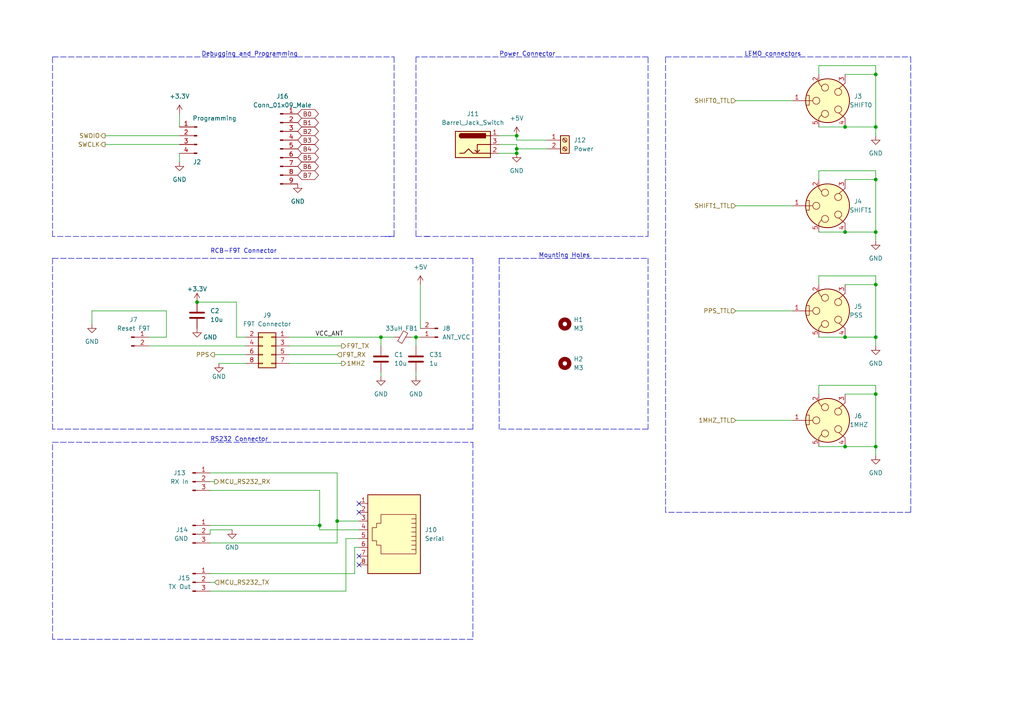
<source format=kicad_sch>
(kicad_sch (version 20211123) (generator eeschema)
  (paper "A4")
  (title_block (title "Connectors") (date "2022-10-30") (company "Diamond Light Source"))
  (lib_symbols
    (symbol "Connector:Barrel_Jack_Switch" (pin_names hide)
      (property "Reference" "J" (at 0 5.334 0))
      (property "Value" "Barrel_Jack_Switch" (at 0 -5.08 0))
      (symbol "Barrel_Jack_Switch_0_1"
        (rectangle (start -5.08 3.81) (end 5.08 -3.81) (stroke (width 0.254)) (fill (type background)))
        (arc (start -3.302 3.175) (mid -3.937 2.54) (end -3.302 1.905) (stroke (width 0.254)))
        (arc (start -3.302 3.175) (mid -3.937 2.54) (end -3.302 1.905) (stroke (width 0.254)) (fill (type outline)))
        (polyline (pts (xy 1.27 -2.286) (xy 1.905 -1.651)) (stroke (width 0.254)))
        (polyline (pts (xy 5.08 2.54) (xy 3.81 2.54)) (stroke (width 0.254)))
        (polyline (pts (xy 5.08 0) (xy 1.27 0) (xy 1.27 -2.286) (xy 0.635 -1.651)) (stroke (width 0.254)))
        (polyline (pts (xy -3.81 -2.54) (xy -2.54 -2.54) (xy -1.27 -1.27) (xy 0 -2.54) (xy 2.54 -2.54) (xy 5.08 -2.54)) (stroke (width 0.254)))
        (rectangle (start 3.683 3.175) (end -3.302 1.905) (stroke (width 0.254)) (fill (type outline)))
      )
      (symbol "Barrel_Jack_Switch_1_1"
        (pin passive line (at 7.62 2.54 180) (length 2.54) (name "~") (number "1"))
        (pin passive line (at 7.62 -2.54 180) (length 2.54) (name "~") (number "2"))
        (pin passive line (at 7.62 0 180) (length 2.54) (name "~") (number "3"))
      )
    )
    (symbol "Connector:Conn_01x02_Male" (pin_names (offset 1.016) hide)
      (property "Reference" "J" (at 0 2.54 0))
      (property "Value" "Conn_01x02_Male" (at 0 -5.08 0))
      (symbol "Conn_01x02_Male_1_1"
        (polyline (pts (xy 1.27 -2.54) (xy 0.8636 -2.54)) (stroke (width 0.1524)))
        (polyline (pts (xy 1.27 0) (xy 0.8636 0)) (stroke (width 0.1524)))
        (rectangle (start 0.8636 -2.413) (end 0 -2.667) (stroke (width 0.1524)) (fill (type outline)))
        (rectangle (start 0.8636 0.127) (end 0 -0.127) (stroke (width 0.1524)) (fill (type outline)))
        (pin passive line (at 5.08 0 180) (length 3.81) (name "Pin_1") (number "1"))
        (pin passive line (at 5.08 -2.54 180) (length 3.81) (name "Pin_2") (number "2"))
      )
    )
    (symbol "Connector:Conn_01x03_Male" (pin_names (offset 1.016) hide)
      (property "Reference" "J" (at 0 5.08 0))
      (property "Value" "Conn_01x03_Male" (at 0 -5.08 0))
      (symbol "Conn_01x03_Male_1_1"
        (polyline (pts (xy 1.27 -2.54) (xy 0.8636 -2.54)) (stroke (width 0.1524)))
        (polyline (pts (xy 1.27 0) (xy 0.8636 0)) (stroke (width 0.1524)))
        (polyline (pts (xy 1.27 2.54) (xy 0.8636 2.54)) (stroke (width 0.1524)))
        (rectangle (start 0.8636 -2.413) (end 0 -2.667) (stroke (width 0.1524)) (fill (type outline)))
        (rectangle (start 0.8636 0.127) (end 0 -0.127) (stroke (width 0.1524)) (fill (type outline)))
        (rectangle (start 0.8636 2.667) (end 0 2.413) (stroke (width 0.1524)) (fill (type outline)))
        (pin passive line (at 5.08 2.54 180) (length 3.81) (name "Pin_1") (number "1"))
        (pin passive line (at 5.08 0 180) (length 3.81) (name "Pin_2") (number "2"))
        (pin passive line (at 5.08 -2.54 180) (length 3.81) (name "Pin_3") (number "3"))
      )
    )
    (symbol "Connector:Conn_01x04_Male" (pin_names (offset 1.016) hide)
      (property "Reference" "J" (at 0 5.08 0))
      (property "Value" "Conn_01x04_Male" (at 0 -7.62 0))
      (symbol "Conn_01x04_Male_1_1"
        (polyline (pts (xy 1.27 -5.08) (xy 0.8636 -5.08)) (stroke (width 0.1524)))
        (polyline (pts (xy 1.27 -2.54) (xy 0.8636 -2.54)) (stroke (width 0.1524)))
        (polyline (pts (xy 1.27 0) (xy 0.8636 0)) (stroke (width 0.1524)))
        (polyline (pts (xy 1.27 2.54) (xy 0.8636 2.54)) (stroke (width 0.1524)))
        (rectangle (start 0.8636 -4.953) (end 0 -5.207) (stroke (width 0.1524)) (fill (type outline)))
        (rectangle (start 0.8636 -2.413) (end 0 -2.667) (stroke (width 0.1524)) (fill (type outline)))
        (rectangle (start 0.8636 0.127) (end 0 -0.127) (stroke (width 0.1524)) (fill (type outline)))
        (rectangle (start 0.8636 2.667) (end 0 2.413) (stroke (width 0.1524)) (fill (type outline)))
        (pin passive line (at 5.08 2.54 180) (length 3.81) (name "Pin_1") (number "1"))
        (pin passive line (at 5.08 0 180) (length 3.81) (name "Pin_2") (number "2"))
        (pin passive line (at 5.08 -2.54 180) (length 3.81) (name "Pin_3") (number "3"))
        (pin passive line (at 5.08 -5.08 180) (length 3.81) (name "Pin_4") (number "4"))
      )
    )
    (symbol "Connector:Conn_01x09_Male" (pin_names (offset 1.016) hide)
      (property "Reference" "J" (at 0 12.7 0))
      (property "Value" "Conn_01x09_Male" (at 0 -12.7 0))
      (symbol "Conn_01x09_Male_1_1"
        (polyline (pts (xy 1.27 -10.16) (xy 0.8636 -10.16)) (stroke (width 0.1524)))
        (polyline (pts (xy 1.27 -7.62) (xy 0.8636 -7.62)) (stroke (width 0.1524)))
        (polyline (pts (xy 1.27 -5.08) (xy 0.8636 -5.08)) (stroke (width 0.1524)))
        (polyline (pts (xy 1.27 -2.54) (xy 0.8636 -2.54)) (stroke (width 0.1524)))
        (polyline (pts (xy 1.27 0) (xy 0.8636 0)) (stroke (width 0.1524)))
        (polyline (pts (xy 1.27 2.54) (xy 0.8636 2.54)) (stroke (width 0.1524)))
        (polyline (pts (xy 1.27 5.08) (xy 0.8636 5.08)) (stroke (width 0.1524)))
        (polyline (pts (xy 1.27 7.62) (xy 0.8636 7.62)) (stroke (width 0.1524)))
        (polyline (pts (xy 1.27 10.16) (xy 0.8636 10.16)) (stroke (width 0.1524)))
        (rectangle (start 0.8636 -10.033) (end 0 -10.287) (stroke (width 0.1524)) (fill (type outline)))
        (rectangle (start 0.8636 -7.493) (end 0 -7.747) (stroke (width 0.1524)) (fill (type outline)))
        (rectangle (start 0.8636 -4.953) (end 0 -5.207) (stroke (width 0.1524)) (fill (type outline)))
        (rectangle (start 0.8636 -2.413) (end 0 -2.667) (stroke (width 0.1524)) (fill (type outline)))
        (rectangle (start 0.8636 0.127) (end 0 -0.127) (stroke (width 0.1524)) (fill (type outline)))
        (rectangle (start 0.8636 2.667) (end 0 2.413) (stroke (width 0.1524)) (fill (type outline)))
        (rectangle (start 0.8636 5.207) (end 0 4.953) (stroke (width 0.1524)) (fill (type outline)))
        (rectangle (start 0.8636 7.747) (end 0 7.493) (stroke (width 0.1524)) (fill (type outline)))
        (rectangle (start 0.8636 10.287) (end 0 10.033) (stroke (width 0.1524)) (fill (type outline)))
        (pin passive line (at 5.08 10.16 180) (length 3.81) (name "Pin_1") (number "1"))
        (pin passive line (at 5.08 7.62 180) (length 3.81) (name "Pin_2") (number "2"))
        (pin passive line (at 5.08 5.08 180) (length 3.81) (name "Pin_3") (number "3"))
        (pin passive line (at 5.08 2.54 180) (length 3.81) (name "Pin_4") (number "4"))
        (pin passive line (at 5.08 0 180) (length 3.81) (name "Pin_5") (number "5"))
        (pin passive line (at 5.08 -2.54 180) (length 3.81) (name "Pin_6") (number "6"))
        (pin passive line (at 5.08 -5.08 180) (length 3.81) (name "Pin_7") (number "7"))
        (pin passive line (at 5.08 -7.62 180) (length 3.81) (name "Pin_8") (number "8"))
        (pin passive line (at 5.08 -10.16 180) (length 3.81) (name "Pin_9") (number "9"))
      )
    )
    (symbol "Connector:LEMO5" (pin_names (offset 1.016) hide)
      (property "Reference" "J" (at 5.08 7.62 0))
      (property "Value" "LEMO5" (at 7.62 -7.62 0))
      (symbol "LEMO5_0_1"
        (circle (center -3.81 -0.7366) (radius 1.016))
        (circle (center -2.54 3.0734) (radius 1.016))
        (circle (center 0 -3.2766) (radius 1.016))
        (polyline (pts (xy -5.08 -2.54) (xy -4.064 -1.778)))
        (polyline (pts (xy -5.08 5.08) (xy -3.556 3.302)))
        (polyline (pts (xy -1.5494 -6.096) (xy -1.5494 -5.3086)))
        (polyline (pts (xy -1.5494 -5.3086) (xy 1.27 -5.3086)))
        (polyline (pts (xy 0 -7.62) (xy 0 -4.445)))
        (polyline (pts (xy 1.27 -5.3086) (xy 1.27 -6.096)))
        (polyline (pts (xy 5.08 -2.54) (xy 4.064 -1.778)))
        (polyline (pts (xy 5.08 5.08) (xy 3.556 3.302)))
        (circle (center 0 0) (radius 6.35) (stroke (width 0.254)) (fill (type background)))
        (circle (center 2.54 3.0734) (radius 1.016))
        (circle (center 3.81 -0.7366) (radius 1.016))
      )
      (symbol "LEMO5_1_1"
        (pin passive line (at 0 -10.16 90) (length 2.54) (name "~") (number "1"))
        (pin passive line (at -7.62 -2.54 0) (length 2.54) (name "~") (number "2"))
        (pin passive line (at -7.62 5.08 0) (length 2.54) (name "~") (number "3"))
        (pin passive line (at 7.62 5.08 180) (length 2.54) (name "~") (number "4"))
        (pin passive line (at 7.62 -2.54 180) (length 2.54) (name "~") (number "5"))
      )
    )
    (symbol "Connector:RJ45" (pin_names (offset 1.016))
      (property "Reference" "J" (at -5.08 13.97 0))
      (property "Value" "RJ45" (at 2.54 13.97 0))
      (symbol "RJ45_0_1"
        (polyline (pts (xy -5.08 4.445) (xy -6.35 4.445)))
        (polyline (pts (xy -5.08 5.715) (xy -6.35 5.715)))
        (polyline (pts (xy -6.35 -3.175) (xy -5.08 -3.175) (xy -5.08 -3.175)))
        (polyline (pts (xy -6.35 -1.905) (xy -5.08 -1.905) (xy -5.08 -1.905)))
        (polyline (pts (xy -6.35 -0.635) (xy -5.08 -0.635) (xy -5.08 -0.635)))
        (polyline (pts (xy -6.35 0.635) (xy -5.08 0.635) (xy -5.08 0.635)))
        (polyline (pts (xy -6.35 1.905) (xy -5.08 1.905) (xy -5.08 1.905)))
        (polyline (pts (xy -5.08 3.175) (xy -6.35 3.175) (xy -6.35 3.175)))
        (polyline (pts (xy -6.35 -4.445) (xy -6.35 6.985) (xy 3.81 6.985) (xy 3.81 4.445) (xy 5.08 4.445) (xy 5.08 3.175) (xy 6.35 3.175) (xy 6.35 -0.635) (xy 5.08 -0.635) (xy 5.08 -1.905) (xy 3.81 -1.905) (xy 3.81 -4.445) (xy -6.35 -4.445) (xy -6.35 -4.445)))
        (rectangle (start 7.62 12.7) (end -7.62 -10.16) (stroke (width 0.254)) (fill (type background)))
      )
      (symbol "RJ45_1_1"
        (pin passive line (at 10.16 -7.62 180) (length 2.54) (name "~") (number "1"))
        (pin passive line (at 10.16 -5.08 180) (length 2.54) (name "~") (number "2"))
        (pin passive line (at 10.16 -2.54 180) (length 2.54) (name "~") (number "3"))
        (pin passive line (at 10.16 0 180) (length 2.54) (name "~") (number "4"))
        (pin passive line (at 10.16 2.54 180) (length 2.54) (name "~") (number "5"))
        (pin passive line (at 10.16 5.08 180) (length 2.54) (name "~") (number "6"))
        (pin passive line (at 10.16 7.62 180) (length 2.54) (name "~") (number "7"))
        (pin passive line (at 10.16 10.16 180) (length 2.54) (name "~") (number "8"))
      )
    )
    (symbol "Connector:Screw_Terminal_01x02" (pin_names (offset 1.016) hide)
      (property "Reference" "J" (at 0 2.54 0))
      (property "Value" "Screw_Terminal_01x02" (at 0 -5.08 0))
      (symbol "Screw_Terminal_01x02_1_1"
        (rectangle (start -1.27 1.27) (end 1.27 -3.81) (stroke (width 0.254)) (fill (type background)))
        (circle (center 0 -2.54) (radius 0.635) (stroke (width 0.1524)))
        (polyline (pts (xy -0.5334 -2.2098) (xy 0.3302 -3.048)) (stroke (width 0.1524)))
        (polyline (pts (xy -0.5334 0.3302) (xy 0.3302 -0.508)) (stroke (width 0.1524)))
        (polyline (pts (xy -0.3556 -2.032) (xy 0.508 -2.8702)) (stroke (width 0.1524)))
        (polyline (pts (xy -0.3556 0.508) (xy 0.508 -0.3302)) (stroke (width 0.1524)))
        (circle (center 0 0) (radius 0.635) (stroke (width 0.1524)))
        (pin passive line (at -5.08 0 0) (length 3.81) (name "Pin_1") (number "1"))
        (pin passive line (at -5.08 -2.54 0) (length 3.81) (name "Pin_2") (number "2"))
      )
    )
    (symbol "Connector_Generic:Conn_02x04_Odd_Even" (pin_names (offset 1.016) hide)
      (property "Reference" "J" (at 1.27 5.08 0))
      (property "Value" "Conn_02x04_Odd_Even" (at 1.27 -7.62 0))
      (symbol "Conn_02x04_Odd_Even_1_1"
        (rectangle (start -1.27 -4.953) (end 0 -5.207) (stroke (width 0.1524)))
        (rectangle (start -1.27 -2.413) (end 0 -2.667) (stroke (width 0.1524)))
        (rectangle (start -1.27 0.127) (end 0 -0.127) (stroke (width 0.1524)))
        (rectangle (start -1.27 2.667) (end 0 2.413) (stroke (width 0.1524)))
        (rectangle (start -1.27 3.81) (end 3.81 -6.35) (stroke (width 0.254)) (fill (type background)))
        (rectangle (start 3.81 -4.953) (end 2.54 -5.207) (stroke (width 0.1524)))
        (rectangle (start 3.81 -2.413) (end 2.54 -2.667) (stroke (width 0.1524)))
        (rectangle (start 3.81 0.127) (end 2.54 -0.127) (stroke (width 0.1524)))
        (rectangle (start 3.81 2.667) (end 2.54 2.413) (stroke (width 0.1524)))
        (pin passive line (at -5.08 2.54 0) (length 3.81) (name "Pin_1") (number "1"))
        (pin passive line (at 7.62 2.54 180) (length 3.81) (name "Pin_2") (number "2"))
        (pin passive line (at -5.08 0 0) (length 3.81) (name "Pin_3") (number "3"))
        (pin passive line (at 7.62 0 180) (length 3.81) (name "Pin_4") (number "4"))
        (pin passive line (at -5.08 -2.54 0) (length 3.81) (name "Pin_5") (number "5"))
        (pin passive line (at 7.62 -2.54 180) (length 3.81) (name "Pin_6") (number "6"))
        (pin passive line (at -5.08 -5.08 0) (length 3.81) (name "Pin_7") (number "7"))
        (pin passive line (at 7.62 -5.08 180) (length 3.81) (name "Pin_8") (number "8"))
      )
    )
    (symbol "Device:C" (pin_numbers hide) (pin_names (offset 0.254))
      (property "Reference" "C" (at 0.635 2.54 0))
      (property "Value" "C" (at 0.635 -2.54 0))
      (symbol "C_0_1"
        (polyline (pts (xy -2.032 -0.762) (xy 2.032 -0.762)) (stroke (width 0.508)))
        (polyline (pts (xy -2.032 0.762) (xy 2.032 0.762)) (stroke (width 0.508)))
      )
      (symbol "C_1_1"
        (pin passive line (at 0 3.81 270) (length 2.794) (name "~") (number "1"))
        (pin passive line (at 0 -3.81 90) (length 2.794) (name "~") (number "2"))
      )
    )
    (symbol "Device:FerriteBead_Small" (pin_numbers hide) (pin_names (offset 0))
      (property "Reference" "FB" (at 1.905 1.27 0))
      (property "Value" "FerriteBead_Small" (at 1.905 -1.27 0))
      (symbol "FerriteBead_Small_0_1"
        (polyline (pts (xy 0 -1.27) (xy 0 -0.7874)))
        (polyline (pts (xy 0 0.889) (xy 0 1.2954)))
        (polyline (pts (xy -1.8288 0.2794) (xy -1.1176 1.4986) (xy 1.8288 -0.2032) (xy 1.1176 -1.4224) (xy -1.8288 0.2794)))
      )
      (symbol "FerriteBead_Small_1_1"
        (pin passive line (at 0 2.54 270) (length 1.27) (name "~") (number "1"))
        (pin passive line (at 0 -2.54 90) (length 1.27) (name "~") (number "2"))
      )
    )
    (symbol "Mechanical:MountingHole" (pin_names (offset 1.016))
      (property "Reference" "H" (at 0 5.08 0))
      (property "Value" "MountingHole" (at 0 3.175 0))
      (symbol "MountingHole_0_1"
        (circle (center 0 0) (radius 1.27) (stroke (width 1.27)))
      )
    )
    (symbol "power:+3.3V" (power) (pin_names (offset 0))
      (property "Value" "+3.3V" (at 0 3.556 0))
      (symbol "+3.3V_0_1"
        (polyline (pts (xy -0.762 1.27) (xy 0 2.54)))
        (polyline (pts (xy 0 0) (xy 0 2.54)))
        (polyline (pts (xy 0 2.54) (xy 0.762 1.27)))
      )
      (symbol "+3.3V_1_1"
        (pin power_in line (at 0 0 90) (length 0) hide (name "+3.3V") (number "1"))
      )
    )
    (symbol "power:+5V" (power) (pin_names (offset 0))
      (property "Value" "+5V" (at 0 3.556 0))
      (symbol "+5V_0_1"
        (polyline (pts (xy -0.762 1.27) (xy 0 2.54)))
        (polyline (pts (xy 0 0) (xy 0 2.54)))
        (polyline (pts (xy 0 2.54) (xy 0.762 1.27)))
      )
      (symbol "+5V_1_1"
        (pin power_in line (at 0 0 90) (length 0) hide (name "+5V") (number "1"))
      )
    )
    (symbol "power:GND" (power) (pin_names (offset 0))
      (property "Value" "GND" (at 0 -3.81 0))
      (symbol "GND_0_1"
        (polyline (pts (xy 0 0) (xy 0 -1.27) (xy 1.27 -1.27) (xy 0 -2.54) (xy -1.27 -1.27) (xy 0 -1.27)))
      )
      (symbol "GND_1_1"
        (pin power_in line (at 0 0 270) (length 0) hide (name "GND") (number "1"))
      )
    )
  )
  (bus_alias "B_Pins" (members "0" "1" "2" "3" "4" "5" "6" "7"))
  (junction (at 245.11 36.83))
  (junction (at 254 97.79))
  (junction (at 254 36.83))
  (junction (at 149.86 44.45))
  (junction (at 254 52.07))
  (junction (at 254 114.3))
  (junction (at 110.49 97.79))
  (junction (at 254 129.54))
  (junction (at 149.86 43.18))
  (junction (at 245.11 129.54))
  (junction (at 245.11 67.31))
  (junction (at 97.79 151.13))
  (junction (at 245.11 97.79))
  (junction (at 92.71 152.4))
  (junction (at 149.86 39.37))
  (junction (at 254 82.55))
  (junction (at 254 67.31))
  (junction (at 120.65 97.79))
  (junction (at 57.15 87.63))
  (junction (at 254 21.59))
  (no_connect (at 104.14 163.83))
  (no_connect (at 104.14 146.05))
  (no_connect (at 104.14 161.29))
  (no_connect (at 104.14 148.59))
  (polyline (pts (xy 114.3 68.58) (xy 15.24 68.58)))
  (wire (pts (xy 83.82 102.87) (xy 97.79 102.87)))
  (polyline (pts (xy 15.24 16.51) (xy 114.3 16.51)))
  (wire (pts (xy 43.18 97.79) (xy 48.26 97.79)))
  (wire (pts (xy 149.86 43.18) (xy 149.86 44.45)))
  (wire (pts (xy 213.36 90.17) (xy 229.87 90.17)))
  (polyline (pts (xy 15.24 128.27) (xy 137.16 128.27)))
  (wire (pts (xy 213.36 29.21) (xy 229.87 29.21)))
  (wire (pts (xy 237.49 82.55) (xy 237.49 80.01)))
  (wire (pts (xy 237.49 97.79) (xy 245.11 97.79)))
  (wire (pts (xy 63.5 105.41) (xy 71.12 105.41)))
  (wire (pts (xy 245.11 52.07) (xy 254 52.07)))
  (wire (pts (xy 158.75 40.64) (xy 149.86 40.64)))
  (wire (pts (xy 83.82 105.41) (xy 99.06 105.41)))
  (wire (pts (xy 254 67.31) (xy 254 69.85)))
  (wire (pts (xy 121.92 82.55) (xy 121.92 95.25)))
  (wire (pts (xy 245.11 67.31) (xy 254 67.31)))
  (wire (pts (xy 120.65 97.79) (xy 120.65 100.33)))
  (wire (pts (xy 71.12 97.79) (xy 68.58 97.79)))
  (wire (pts (xy 100.33 171.45) (xy 100.33 156.21)))
  (polyline (pts (xy 123.19 68.58) (xy 187.96 68.58)))
  (wire (pts (xy 92.71 142.24) (xy 92.71 152.4)))
  (wire (pts (xy 52.07 44.45) (xy 52.07 46.99)))
  (wire (pts (xy 213.36 121.92) (xy 229.87 121.92)))
  (wire (pts (xy 97.79 151.13) (xy 104.14 151.13)))
  (wire (pts (xy 110.49 97.79) (xy 110.49 100.33)))
  (wire (pts (xy 144.78 41.91) (xy 149.86 41.91)))
  (polyline (pts (xy 187.96 124.46) (xy 144.78 124.46)))
  (polyline (pts (xy 187.96 68.58) (xy 187.96 16.51)))
  (wire (pts (xy 254 80.01) (xy 254 82.55)))
  (polyline (pts (xy 114.3 16.51) (xy 114.3 68.58)))
  (wire (pts (xy 60.96 171.45) (xy 100.33 171.45)))
  (wire (pts (xy 237.49 129.54) (xy 245.11 129.54)))
  (wire (pts (xy 254 97.79) (xy 254 100.33)))
  (wire (pts (xy 102.87 166.37) (xy 102.87 158.75)))
  (wire (pts (xy 110.49 97.79) (xy 114.3 97.79)))
  (wire (pts (xy 237.49 80.01) (xy 254 80.01)))
  (wire (pts (xy 62.23 139.7) (xy 60.96 139.7)))
  (wire (pts (xy 245.11 97.79) (xy 254 97.79)))
  (polyline (pts (xy 15.24 68.58) (xy 15.24 16.51)))
  (wire (pts (xy 68.58 97.79) (xy 68.58 87.63)))
  (wire (pts (xy 237.49 114.3) (xy 237.49 111.76)))
  (wire (pts (xy 254 114.3) (xy 254 129.54)))
  (wire (pts (xy 60.96 153.67) (xy 67.31 153.67)))
  (wire (pts (xy 97.79 157.48) (xy 97.79 151.13)))
  (wire (pts (xy 254 19.05) (xy 254 21.59)))
  (wire (pts (xy 254 82.55) (xy 254 97.79)))
  (wire (pts (xy 62.23 102.87) (xy 71.12 102.87)))
  (wire (pts (xy 60.96 166.37) (xy 102.87 166.37)))
  (wire (pts (xy 104.14 153.67) (xy 92.71 153.67)))
  (wire (pts (xy 60.96 137.16) (xy 97.79 137.16)))
  (polyline (pts (xy 144.78 74.93) (xy 187.96 74.93)))
  (wire (pts (xy 237.49 67.31) (xy 245.11 67.31)))
  (wire (pts (xy 48.26 90.17) (xy 26.67 90.17)))
  (wire (pts (xy 68.58 87.63) (xy 57.15 87.63)))
  (wire (pts (xy 245.11 36.83) (xy 254 36.83)))
  (wire (pts (xy 102.87 158.75) (xy 104.14 158.75)))
  (wire (pts (xy 52.07 33.02) (xy 52.07 36.83)))
  (wire (pts (xy 110.49 107.95) (xy 110.49 109.22)))
  (wire (pts (xy 120.65 107.95) (xy 120.65 109.22)))
  (wire (pts (xy 237.49 49.53) (xy 254 49.53)))
  (polyline (pts (xy 187.96 16.51) (xy 120.65 16.51)))
  (wire (pts (xy 48.26 97.79) (xy 48.26 90.17)))
  (wire (pts (xy 237.49 19.05) (xy 254 19.05)))
  (wire (pts (xy 83.82 100.33) (xy 99.06 100.33)))
  (wire (pts (xy 43.18 100.33) (xy 71.12 100.33)))
  (wire (pts (xy 245.11 21.59) (xy 254 21.59)))
  (polyline (pts (xy 137.16 124.46) (xy 15.24 124.46)))
  (polyline (pts (xy 137.16 128.27) (xy 137.16 185.42)))
  (wire (pts (xy 237.49 21.59) (xy 237.49 19.05)))
  (wire (pts (xy 237.49 111.76) (xy 254 111.76)))
  (polyline (pts (xy 193.04 148.59) (xy 193.04 16.51)))
  (wire (pts (xy 254 129.54) (xy 254 132.08)))
  (wire (pts (xy 60.96 168.91) (xy 62.23 168.91)))
  (wire (pts (xy 30.48 41.91) (xy 52.07 41.91)))
  (polyline (pts (xy 15.24 128.27) (xy 20.32 128.27)))
  (wire (pts (xy 254 36.83) (xy 254 39.37)))
  (polyline (pts (xy 120.65 68.58) (xy 124.46 68.58)))
  (polyline (pts (xy 264.16 16.51) (xy 264.16 148.59)))
  (wire (pts (xy 158.75 43.18) (xy 149.86 43.18)))
  (wire (pts (xy 100.33 156.21) (xy 104.14 156.21)))
  (wire (pts (xy 245.11 114.3) (xy 254 114.3)))
  (polyline (pts (xy 120.65 16.51) (xy 120.65 68.58)))
  (polyline (pts (xy 137.16 185.42) (xy 15.24 185.42)))
  (wire (pts (xy 26.67 90.17) (xy 26.67 93.98)))
  (wire (pts (xy 245.11 82.55) (xy 254 82.55)))
  (wire (pts (xy 60.96 142.24) (xy 92.71 142.24)))
  (wire (pts (xy 119.38 97.79) (xy 120.65 97.79)))
  (wire (pts (xy 83.82 97.79) (xy 110.49 97.79)))
  (wire (pts (xy 144.78 44.45) (xy 149.86 44.45)))
  (wire (pts (xy 245.11 129.54) (xy 254 129.54)))
  (wire (pts (xy 92.71 153.67) (xy 92.71 152.4)))
  (wire (pts (xy 254 111.76) (xy 254 114.3)))
  (wire (pts (xy 213.36 59.69) (xy 229.87 59.69)))
  (polyline (pts (xy 15.24 74.93) (xy 15.24 124.46)))
  (wire (pts (xy 254 52.07) (xy 254 67.31)))
  (wire (pts (xy 60.96 152.4) (xy 92.71 152.4)))
  (polyline (pts (xy 15.24 74.93) (xy 137.16 74.93)))
  (polyline (pts (xy 137.16 74.93) (xy 137.16 124.46)))
  (wire (pts (xy 254 49.53) (xy 254 52.07)))
  (wire (pts (xy 30.48 39.37) (xy 52.07 39.37)))
  (wire (pts (xy 237.49 52.07) (xy 237.49 49.53)))
  (wire (pts (xy 254 21.59) (xy 254 36.83)))
  (polyline (pts (xy 144.78 74.93) (xy 144.78 124.46)))
  (wire (pts (xy 237.49 36.83) (xy 245.11 36.83)))
  (polyline (pts (xy 193.04 16.51) (xy 264.16 16.51)))
  (wire (pts (xy 149.86 41.91) (xy 149.86 43.18)))
  (wire (pts (xy 60.96 157.48) (xy 97.79 157.48)))
  (polyline (pts (xy 15.24 185.42) (xy 15.24 128.27)))
  (polyline (pts (xy 111.76 68.58) (xy 114.3 68.58)))
  (polyline (pts (xy 264.16 148.59) (xy 193.04 148.59)))
  (wire (pts (xy 97.79 137.16) (xy 97.79 151.13)))
  (wire (pts (xy 144.78 39.37) (xy 149.86 39.37)))
  (wire (pts (xy 149.86 40.64) (xy 149.86 39.37)))
  (wire (pts (xy 60.96 154.94) (xy 60.96 153.67)))
  (polyline (pts (xy 187.96 74.93) (xy 187.96 124.46)))
  (wire (pts (xy 120.65 97.79) (xy 121.92 97.79)))
  (text "Debugging and Programming" (at 58.42 16.51 0) (effects (font (size 1.27 1.27)) (justify left bottom)))
  (text "LEMO connectors" (at 215.9 16.51 0) (effects (font (size 1.27 1.27)) (justify left bottom)))
  (text "Power Connector" (at 144.78 16.51 0) (effects (font (size 1.27 1.27)) (justify left bottom)))
  (text "RS232 Connector" (at 60.96 128.27 0) (effects (font (size 1.27 1.27)) (justify left bottom)))
  (text "RCB-F9T Connector" (at 60.96 73.66 0) (effects (font (size 1.27 1.27)) (justify left bottom)))
  (text "Mounting Holes" (at 156.21 74.93 0) (effects (font (size 1.27 1.27)) (justify left bottom)))
  (label "VCC_ANT" (at 91.44 97.79 0))
  (global_label "B6" (shape bidirectional) (at 86.36 48.26 0) (property "Intersheet References" "${INTERSHEET_REFS}" (effects hide)))
  (global_label "B1" (shape bidirectional) (at 86.36 35.56 0) (property "Intersheet References" "${INTERSHEET_REFS}" (effects hide)))
  (global_label "B5" (shape bidirectional) (at 86.36 45.72 0) (property "Intersheet References" "${INTERSHEET_REFS}" (effects hide)))
  (global_label "B4" (shape bidirectional) (at 86.36 43.18 0) (property "Intersheet References" "${INTERSHEET_REFS}" (effects hide)))
  (global_label "B7" (shape bidirectional) (at 86.36 50.8 0) (property "Intersheet References" "${INTERSHEET_REFS}" (effects hide)))
  (global_label "B3" (shape bidirectional) (at 86.36 40.64 0) (property "Intersheet References" "${INTERSHEET_REFS}" (effects hide)))
  (global_label "B0" (shape bidirectional) (at 86.36 33.02 0) (property "Intersheet References" "${INTERSHEET_REFS}" (effects hide)))
  (global_label "B2" (shape bidirectional) (at 86.36 38.1 0) (property "Intersheet References" "${INTERSHEET_REFS}" (effects hide)))
  (hierarchical_label "1MHZ_TTL" (shape input) (at 213.36 121.92 180))
  (hierarchical_label "SWCLK" (shape output) (at 30.48 41.91 180))
  (hierarchical_label "SHIFT1_TTL" (shape input) (at 213.36 59.69 180))
  (hierarchical_label "F9T_TX" (shape output) (at 99.06 100.33 0))
  (hierarchical_label "MCU_RS232_TX" (shape input) (at 62.23 168.91 0))
  (hierarchical_label "1MHZ" (shape output) (at 99.06 105.41 0))
  (hierarchical_label "SWDIO" (shape output) (at 30.48 39.37 180))
  (hierarchical_label "SHIFT0_TTL" (shape input) (at 213.36 29.21 180))
  (hierarchical_label "PPS" (shape output) (at 62.23 102.87 180))
  (hierarchical_label "F9T_RX" (shape input) (at 97.79 102.87 0))
  (hierarchical_label "MCU_RS232_RX" (shape output) (at 62.23 139.7 0))
  (hierarchical_label "PPS_TTL" (shape input) (at 213.36 90.17 180))
  (symbol (lib_id "Connector:Conn_01x03_Male") (at 55.88 168.91 0) (unit 1)
    (property "Reference" "J15" (at 53.34 167.64 0))
    (property "Value" "TX Out" (at 52.07 170.18 0))
    (property "Footprint" "Connector_PinHeader_2.54mm:PinHeader_1x03_P2.54mm_Vertical" (effects hide))
  )
  (symbol (lib_id "Connector:Conn_01x02_Male") (at 127 97.79 180) (unit 1)
    (property "Reference" "J8" (at 128.27 95.2499 0) (effects (justify right)))
    (property "Value" "ANT_VCC" (at 128.27 97.7899 0) (effects (justify right)))
    (property "Footprint" "Connector_PinHeader_2.54mm:PinHeader_1x02_P2.54mm_Vertical" (effects hide))
  )
  (symbol (lib_id "Connector:RJ45") (at 114.3 153.67 180) (unit 1)
    (property "Reference" "J10" (at 123.19 153.6699 0) (effects (justify right)))
    (property "Value" "Serial" (at 123.19 156.2099 0) (effects (justify right)))
    (property "Footprint" "Connector_RJ:RJ45_Amphenol_54602-x08_Horizontal" (effects hide))
  )
  (symbol (lib_id "power:GND") (at 26.67 93.98 0) (unit 1)
    (property "Reference" "#PWR0140" (effects hide))
    (property "Value" "GND" (at 26.67 99.06 0))
  )
  (symbol (lib_id "power:GND") (at 149.86 44.45 0) (unit 1)
    (property "Reference" "#PWR0141" (effects hide))
    (property "Value" "GND" (at 149.86 49.53 0))
  )
  (symbol (lib_id "Connector:LEMO5") (at 240.03 90.17 270) (unit 1)
    (property "Reference" "J5" (at 247.65 88.8999 90) (effects (justify left)))
    (property "Value" "PSS" (at 246.38 91.44 90) (effects (justify left)))
    (property "Footprint" "footprints:EPL.00.250.NTN" (effects hide))
    (property "Datasheet" " ~" (effects hide))
  )
  (symbol (lib_id "power:GND") (at 254 132.08 0) (unit 1)
    (property "Reference" "#PWR03" (effects hide))
    (property "Value" "GND" (at 254 137.16 0))
  )
  (symbol (lib_id "Device:C") (at 57.15 91.44 0) (unit 1)
    (property "Reference" "C2" (at 60.96 90.1699 0) (effects (justify left)))
    (property "Value" "10u" (at 60.96 92.7099 0) (effects (justify left)))
    (property "Footprint" "Capacitor_SMD:C_1210_3225Metric" (effects hide))
  )
  (symbol (lib_id "power:+5V") (at 149.86 39.37 0) (unit 1)
    (property "Reference" "#PWR0142" (effects hide))
    (property "Value" "+5V" (at 149.86 34.29 0))
  )
  (symbol (lib_id "power:GND") (at 86.36 53.34 0) (unit 1)
    (property "Reference" "#PWR05" (effects hide))
    (property "Value" "GND" (at 86.36 58.42 0))
  )
  (symbol (lib_id "Connector:Screw_Terminal_01x02") (at 163.83 40.64 0) (unit 1)
    (property "Reference" "J12" (at 166.37 40.6399 0) (effects (justify left)))
    (property "Value" "Power" (at 166.37 43.1799 0) (effects (justify left)))
    (property "Footprint" "TerminalBlock:TerminalBlock_bornier-2_P5.08mm" (effects hide))
  )
  (symbol (lib_id "Connector_Generic:Conn_02x04_Odd_Even") (at 78.74 100.33 0) (mirror y) (unit 1)
    (property "Reference" "J9" (at 77.47 91.44 0))
    (property "Value" "F9T Connector" (at 77.47 93.98 0))
    (property "Footprint" "footprints:F9T" (effects hide))
  )
  (symbol (lib_id "power:GND") (at 67.31 153.67 0) (unit 1)
    (property "Reference" "#PWR0144" (effects hide))
    (property "Value" "GND" (at 67.31 158.75 0))
  )
  (symbol (lib_id "power:GND") (at 63.5 105.41 0) (unit 1)
    (property "Reference" "#PWR0139" (effects hide))
    (property "Value" "GND" (at 63.5 109.22 0))
  )
  (symbol (lib_id "Connector:Conn_01x03_Male") (at 55.88 139.7 0) (unit 1)
    (property "Reference" "J13" (at 52.07 137.16 0))
    (property "Value" "RX In" (at 52.07 139.7 0))
    (property "Footprint" "Connector_PinHeader_2.54mm:PinHeader_1x03_P2.54mm_Vertical" (effects hide))
  )
  (symbol (lib_id "Device:C") (at 110.49 104.14 0) (unit 1)
    (property "Reference" "C1" (at 114.3 102.8699 0) (effects (justify left)))
    (property "Value" "10u" (at 114.3 105.4099 0) (effects (justify left)))
    (property "Footprint" "Capacitor_SMD:C_1210_3225Metric" (effects hide))
  )
  (symbol (lib_id "Connector:Conn_01x04_Male") (at 57.15 39.37 0) (mirror y) (unit 1)
    (property "Reference" "J2" (at 57.15 46.99 0))
    (property "Value" "Programming" (at 62.23 34.29 0))
    (property "Footprint" "Connector_PinHeader_2.54mm:PinHeader_1x04_P2.54mm_Vertical" (effects hide))
  )
  (symbol (lib_id "Device:C") (at 120.65 104.14 0) (unit 1)
    (property "Reference" "C31" (at 124.46 102.87 0) (effects (justify left)))
    (property "Value" "1u" (at 124.46 105.41 0) (effects (justify left)))
    (property "Footprint" "Capacitor_SMD:C_1210_3225Metric" (effects hide))
  )
  (symbol (lib_id "power:+3.3V") (at 57.15 87.63 0) (unit 1)
    (property "Reference" "#PWR0138" (effects hide))
    (property "Value" "+3.3V" (at 57.15 83.82 0))
  )
  (symbol (lib_id "power:+3.3V") (at 52.07 33.02 0) (unit 1)
    (property "Reference" "#PWR0136" (effects hide))
    (property "Value" "+3.3V" (at 52.07 27.94 0))
  )
  (symbol (lib_id "Connector:Conn_01x03_Male") (at 55.88 154.94 0) (unit 1)
    (property "Reference" "J14" (at 54.61 153.67 0) (effects (justify right)))
    (property "Value" "GND" (at 54.61 156.21 0) (effects (justify right)))
    (property "Footprint" "Connector_PinHeader_2.54mm:PinHeader_1x03_P2.54mm_Vertical" (effects hide))
  )
  (symbol (lib_id "Mechanical:MountingHole") (at 163.83 93.98 0) (unit 1)
    (property "Reference" "H1" (at 166.37 92.7099 0) (effects (justify left)))
    (property "Value" "M3" (at 166.37 95.2499 0) (effects (justify left)))
    (property "Footprint" "MountingHole:MountingHole_3.2mm_M3" (effects hide))
  )
  (symbol (lib_id "Connector:LEMO5") (at 240.03 121.92 270) (unit 1)
    (property "Reference" "J6" (at 247.65 120.6499 90) (effects (justify left)))
    (property "Value" "1MHZ" (at 246.38 123.19 90) (effects (justify left)))
    (property "Footprint" "footprints:EPL.00.250.NTN" (effects hide))
    (property "Datasheet" " ~" (effects hide))
  )
  (symbol (lib_id "power:+5V") (at 121.92 82.55 0) (unit 1)
    (property "Reference" "#PWR0135" (effects hide))
    (property "Value" "+5V" (at 121.92 77.47 0))
  )
  (symbol (lib_id "power:GND") (at 254 100.33 0) (unit 1)
    (property "Reference" "#PWR02" (effects hide))
    (property "Value" "GND" (at 254 105.41 0))
  )
  (symbol (lib_id "Connector:Barrel_Jack_Switch") (at 137.16 41.91 0) (unit 1)
    (property "Reference" "J11" (at 137.16 33.02 0))
    (property "Value" "Barrel_Jack_Switch" (at 137.16 35.56 0))
    (property "Footprint" "Connector_BarrelJack:BarrelJack_Horizontal" (effects hide))
  )
  (symbol (lib_id "power:GND") (at 120.65 109.22 0) (unit 1)
    (property "Reference" "#PWR0146" (effects hide))
    (property "Value" "GND" (at 120.65 114.3 0))
  )
  (symbol (lib_id "power:GND") (at 254 39.37 0) (unit 1)
    (property "Reference" "#PWR0143" (effects hide))
    (property "Value" "GND" (at 254 44.45 0))
  )
  (symbol (lib_id "Mechanical:MountingHole") (at 163.83 105.41 0) (unit 1)
    (property "Reference" "H2" (at 166.37 104.1399 0) (effects (justify left)))
    (property "Value" "M3" (at 166.37 106.6799 0) (effects (justify left)))
    (property "Footprint" "MountingHole:MountingHole_3.2mm_M3" (effects hide))
  )
  (symbol (lib_id "power:GND") (at 110.49 109.22 0) (unit 1)
    (property "Reference" "#PWR0104" (effects hide))
    (property "Value" "GND" (at 110.49 114.3 0))
  )
  (symbol (lib_id "power:GND") (at 254 69.85 0) (unit 1)
    (property "Reference" "#PWR01" (effects hide))
    (property "Value" "GND" (at 254 74.93 0))
  )
  (symbol (lib_id "Device:FerriteBead_Small") (at 116.84 97.79 90) (unit 1)
    (property "Reference" "FB1" (at 119.38 95.25 90))
    (property "Value" "33uH" (at 114.3 95.25 90))
    (property "Footprint" "Capacitor_SMD:C_0805_2012Metric" (effects hide))
  )
  (symbol (lib_id "Connector:Conn_01x09_Male") (at 81.28 43.18 0) (unit 1)
    (property "Reference" "J16" (at 81.915 27.94 0))
    (property "Value" "Conn_01x09_Male" (at 81.915 30.48 0))
    (property "Footprint" "Connector_PinHeader_2.54mm:PinHeader_1x09_P2.54mm_Vertical" (effects hide))
  )
  (symbol (lib_id "Connector:LEMO5") (at 240.03 29.21 270) (unit 1)
    (property "Reference" "J3" (at 247.65 27.9399 90) (effects (justify left)))
    (property "Value" "SHIFT0" (at 246.38 30.48 90) (effects (justify left)))
    (property "Footprint" "footprints:EPL.00.250.NTN" (effects hide))
    (property "Datasheet" " ~" (effects hide))
  )
  (symbol (lib_id "Connector:Conn_01x02_Male") (at 38.1 97.79 0) (unit 1)
    (property "Reference" "J7" (at 38.735 92.71 0))
    (property "Value" "Reset F9T" (at 38.735 95.25 0))
    (property "Footprint" "Connector_PinHeader_2.54mm:PinHeader_1x02_P2.54mm_Vertical" (effects hide))
  )
  (symbol (lib_id "Connector:LEMO5") (at 240.03 59.69 270) (unit 1)
    (property "Reference" "J4" (at 247.65 58.4199 90) (effects (justify left)))
    (property "Value" "SHIFT1" (at 246.38 60.96 90) (effects (justify left)))
    (property "Footprint" "footprints:EPL.00.250.NTN" (effects hide))
    (property "Datasheet" " ~" (effects hide))
  )
  (symbol (lib_id "power:GND") (at 57.15 95.25 0) (unit 1)
    (property "Reference" "#PWR04" (effects hide))
    (property "Value" "GND" (at 60.96 97.79 0))
  )
  (symbol (lib_id "power:GND") (at 52.07 46.99 0) (unit 1)
    (property "Reference" "#PWR0137" (effects hide))
    (property "Value" "GND" (at 52.07 52.07 0))
  )
)
</source>
